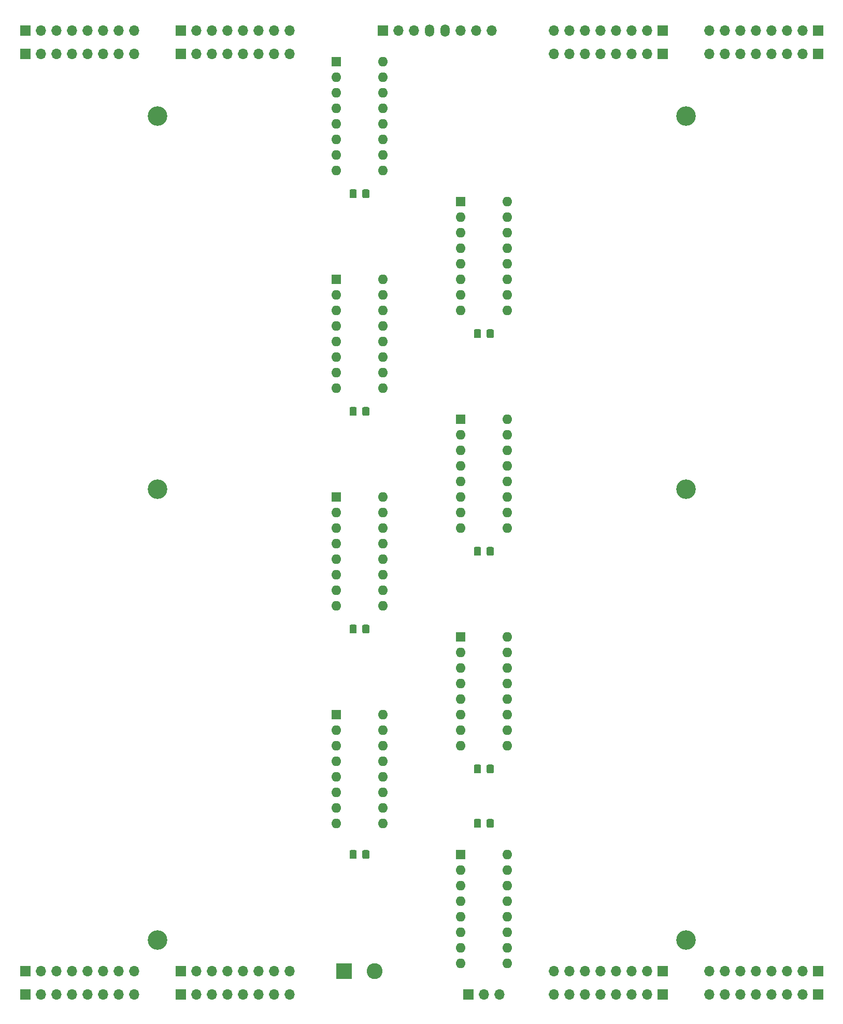
<source format=gbr>
%TF.GenerationSoftware,KiCad,Pcbnew,(5.1.8)-1*%
%TF.CreationDate,2022-05-21T00:33:48+03:00*%
%TF.ProjectId,MUX,4d55582e-6b69-4636-9164-5f7063625858,rev?*%
%TF.SameCoordinates,Original*%
%TF.FileFunction,Soldermask,Top*%
%TF.FilePolarity,Negative*%
%FSLAX46Y46*%
G04 Gerber Fmt 4.6, Leading zero omitted, Abs format (unit mm)*
G04 Created by KiCad (PCBNEW (5.1.8)-1) date 2022-05-21 00:33:48*
%MOMM*%
%LPD*%
G01*
G04 APERTURE LIST*
%ADD10R,1.700000X1.700000*%
%ADD11O,1.700000X1.700000*%
%ADD12R,1.600000X1.600000*%
%ADD13O,1.600000X1.600000*%
%ADD14R,2.600000X2.600000*%
%ADD15C,2.600000*%
%ADD16O,1.500000X2.000000*%
%ADD17C,3.200000*%
G04 APERTURE END LIST*
D10*
%TO.C,J1*%
X17780000Y-187960000D03*
D11*
X20320000Y-187960000D03*
X22860000Y-187960000D03*
X25400000Y-187960000D03*
X27940000Y-187960000D03*
X30480000Y-187960000D03*
X33020000Y-187960000D03*
X35560000Y-187960000D03*
%TD*%
D10*
%TO.C,J2*%
X121920000Y-30480000D03*
D11*
X119380000Y-30480000D03*
X116840000Y-30480000D03*
X114300000Y-30480000D03*
X111760000Y-30480000D03*
X109220000Y-30480000D03*
X106680000Y-30480000D03*
X104140000Y-30480000D03*
%TD*%
%TO.C,J3*%
X60960000Y-187960000D03*
X58420000Y-187960000D03*
X55880000Y-187960000D03*
X53340000Y-187960000D03*
X50800000Y-187960000D03*
X48260000Y-187960000D03*
X45720000Y-187960000D03*
D10*
X43180000Y-187960000D03*
%TD*%
D11*
%TO.C,J4*%
X129540000Y-30480000D03*
X132080000Y-30480000D03*
X134620000Y-30480000D03*
X137160000Y-30480000D03*
X139700000Y-30480000D03*
X142240000Y-30480000D03*
X144780000Y-30480000D03*
D10*
X147320000Y-30480000D03*
%TD*%
%TO.C,J5*%
X17780000Y-30480000D03*
D11*
X20320000Y-30480000D03*
X22860000Y-30480000D03*
X25400000Y-30480000D03*
X27940000Y-30480000D03*
X30480000Y-30480000D03*
X33020000Y-30480000D03*
X35560000Y-30480000D03*
%TD*%
D10*
%TO.C,J6*%
X121920000Y-187960000D03*
D11*
X119380000Y-187960000D03*
X116840000Y-187960000D03*
X114300000Y-187960000D03*
X111760000Y-187960000D03*
X109220000Y-187960000D03*
X106680000Y-187960000D03*
X104140000Y-187960000D03*
%TD*%
%TO.C,J7*%
X60960000Y-30480000D03*
X58420000Y-30480000D03*
X55880000Y-30480000D03*
X53340000Y-30480000D03*
X50800000Y-30480000D03*
X48260000Y-30480000D03*
X45720000Y-30480000D03*
D10*
X43180000Y-30480000D03*
%TD*%
D11*
%TO.C,J8*%
X129540000Y-187960000D03*
X132080000Y-187960000D03*
X134620000Y-187960000D03*
X137160000Y-187960000D03*
X139700000Y-187960000D03*
X142240000Y-187960000D03*
X144780000Y-187960000D03*
D10*
X147320000Y-187960000D03*
%TD*%
D12*
%TO.C,U1*%
X68580000Y-35560000D03*
D13*
X76200000Y-53340000D03*
X68580000Y-38100000D03*
X76200000Y-50800000D03*
X68580000Y-40640000D03*
X76200000Y-48260000D03*
X68580000Y-43180000D03*
X76200000Y-45720000D03*
X68580000Y-45720000D03*
X76200000Y-43180000D03*
X68580000Y-48260000D03*
X76200000Y-40640000D03*
X68580000Y-50800000D03*
X76200000Y-38100000D03*
X68580000Y-53340000D03*
X76200000Y-35560000D03*
%TD*%
%TO.C,U2*%
X96520000Y-58420000D03*
X88900000Y-76200000D03*
X96520000Y-60960000D03*
X88900000Y-73660000D03*
X96520000Y-63500000D03*
X88900000Y-71120000D03*
X96520000Y-66040000D03*
X88900000Y-68580000D03*
X96520000Y-68580000D03*
X88900000Y-66040000D03*
X96520000Y-71120000D03*
X88900000Y-63500000D03*
X96520000Y-73660000D03*
X88900000Y-60960000D03*
X96520000Y-76200000D03*
D12*
X88900000Y-58420000D03*
%TD*%
%TO.C,U3*%
X68580000Y-71120000D03*
D13*
X76200000Y-88900000D03*
X68580000Y-73660000D03*
X76200000Y-86360000D03*
X68580000Y-76200000D03*
X76200000Y-83820000D03*
X68580000Y-78740000D03*
X76200000Y-81280000D03*
X68580000Y-81280000D03*
X76200000Y-78740000D03*
X68580000Y-83820000D03*
X76200000Y-76200000D03*
X68580000Y-86360000D03*
X76200000Y-73660000D03*
X68580000Y-88900000D03*
X76200000Y-71120000D03*
%TD*%
%TO.C,U4*%
X96520000Y-93980000D03*
X88900000Y-111760000D03*
X96520000Y-96520000D03*
X88900000Y-109220000D03*
X96520000Y-99060000D03*
X88900000Y-106680000D03*
X96520000Y-101600000D03*
X88900000Y-104140000D03*
X96520000Y-104140000D03*
X88900000Y-101600000D03*
X96520000Y-106680000D03*
X88900000Y-99060000D03*
X96520000Y-109220000D03*
X88900000Y-96520000D03*
X96520000Y-111760000D03*
D12*
X88900000Y-93980000D03*
%TD*%
%TO.C,U5*%
X68580000Y-106680000D03*
D13*
X76200000Y-124460000D03*
X68580000Y-109220000D03*
X76200000Y-121920000D03*
X68580000Y-111760000D03*
X76200000Y-119380000D03*
X68580000Y-114300000D03*
X76200000Y-116840000D03*
X68580000Y-116840000D03*
X76200000Y-114300000D03*
X68580000Y-119380000D03*
X76200000Y-111760000D03*
X68580000Y-121920000D03*
X76200000Y-109220000D03*
X68580000Y-124460000D03*
X76200000Y-106680000D03*
%TD*%
%TO.C,U6*%
X96520000Y-129540000D03*
X88900000Y-147320000D03*
X96520000Y-132080000D03*
X88900000Y-144780000D03*
X96520000Y-134620000D03*
X88900000Y-142240000D03*
X96520000Y-137160000D03*
X88900000Y-139700000D03*
X96520000Y-139700000D03*
X88900000Y-137160000D03*
X96520000Y-142240000D03*
X88900000Y-134620000D03*
X96520000Y-144780000D03*
X88900000Y-132080000D03*
X96520000Y-147320000D03*
D12*
X88900000Y-129540000D03*
%TD*%
%TO.C,U7*%
X68580000Y-142240000D03*
D13*
X76200000Y-160020000D03*
X68580000Y-144780000D03*
X76200000Y-157480000D03*
X68580000Y-147320000D03*
X76200000Y-154940000D03*
X68580000Y-149860000D03*
X76200000Y-152400000D03*
X68580000Y-152400000D03*
X76200000Y-149860000D03*
X68580000Y-154940000D03*
X76200000Y-147320000D03*
X68580000Y-157480000D03*
X76200000Y-144780000D03*
X68580000Y-160020000D03*
X76200000Y-142240000D03*
%TD*%
%TO.C,U8*%
X96520000Y-165100000D03*
X88900000Y-182880000D03*
X96520000Y-167640000D03*
X88900000Y-180340000D03*
X96520000Y-170180000D03*
X88900000Y-177800000D03*
X96520000Y-172720000D03*
X88900000Y-175260000D03*
X96520000Y-175260000D03*
X88900000Y-172720000D03*
X96520000Y-177800000D03*
X88900000Y-170180000D03*
X96520000Y-180340000D03*
X88900000Y-167640000D03*
X96520000Y-182880000D03*
D12*
X88900000Y-165100000D03*
%TD*%
D14*
%TO.C,J9*%
X69850000Y-184150000D03*
D15*
X74850000Y-184150000D03*
%TD*%
D10*
%TO.C,J10*%
X90170000Y-187960000D03*
D11*
X92710000Y-187960000D03*
X95250000Y-187960000D03*
%TD*%
D10*
%TO.C,J11*%
X76200000Y-30480000D03*
D11*
X78740000Y-30480000D03*
X81280000Y-30480000D03*
D16*
X83820000Y-30480000D03*
X86360000Y-30480000D03*
D11*
X88900000Y-30480000D03*
X91440000Y-30480000D03*
X93980000Y-30480000D03*
%TD*%
%TO.C,C1*%
G36*
G01*
X74015000Y-56675000D02*
X74015000Y-57625000D01*
G75*
G02*
X73765000Y-57875000I-250000J0D01*
G01*
X73090000Y-57875000D01*
G75*
G02*
X72840000Y-57625000I0J250000D01*
G01*
X72840000Y-56675000D01*
G75*
G02*
X73090000Y-56425000I250000J0D01*
G01*
X73765000Y-56425000D01*
G75*
G02*
X74015000Y-56675000I0J-250000D01*
G01*
G37*
G36*
G01*
X71940000Y-56675000D02*
X71940000Y-57625000D01*
G75*
G02*
X71690000Y-57875000I-250000J0D01*
G01*
X71015000Y-57875000D01*
G75*
G02*
X70765000Y-57625000I0J250000D01*
G01*
X70765000Y-56675000D01*
G75*
G02*
X71015000Y-56425000I250000J0D01*
G01*
X71690000Y-56425000D01*
G75*
G02*
X71940000Y-56675000I0J-250000D01*
G01*
G37*
%TD*%
%TO.C,C2*%
G36*
G01*
X71940000Y-92235000D02*
X71940000Y-93185000D01*
G75*
G02*
X71690000Y-93435000I-250000J0D01*
G01*
X71015000Y-93435000D01*
G75*
G02*
X70765000Y-93185000I0J250000D01*
G01*
X70765000Y-92235000D01*
G75*
G02*
X71015000Y-91985000I250000J0D01*
G01*
X71690000Y-91985000D01*
G75*
G02*
X71940000Y-92235000I0J-250000D01*
G01*
G37*
G36*
G01*
X74015000Y-92235000D02*
X74015000Y-93185000D01*
G75*
G02*
X73765000Y-93435000I-250000J0D01*
G01*
X73090000Y-93435000D01*
G75*
G02*
X72840000Y-93185000I0J250000D01*
G01*
X72840000Y-92235000D01*
G75*
G02*
X73090000Y-91985000I250000J0D01*
G01*
X73765000Y-91985000D01*
G75*
G02*
X74015000Y-92235000I0J-250000D01*
G01*
G37*
%TD*%
%TO.C,C3*%
G36*
G01*
X74015000Y-127795000D02*
X74015000Y-128745000D01*
G75*
G02*
X73765000Y-128995000I-250000J0D01*
G01*
X73090000Y-128995000D01*
G75*
G02*
X72840000Y-128745000I0J250000D01*
G01*
X72840000Y-127795000D01*
G75*
G02*
X73090000Y-127545000I250000J0D01*
G01*
X73765000Y-127545000D01*
G75*
G02*
X74015000Y-127795000I0J-250000D01*
G01*
G37*
G36*
G01*
X71940000Y-127795000D02*
X71940000Y-128745000D01*
G75*
G02*
X71690000Y-128995000I-250000J0D01*
G01*
X71015000Y-128995000D01*
G75*
G02*
X70765000Y-128745000I0J250000D01*
G01*
X70765000Y-127795000D01*
G75*
G02*
X71015000Y-127545000I250000J0D01*
G01*
X71690000Y-127545000D01*
G75*
G02*
X71940000Y-127795000I0J-250000D01*
G01*
G37*
%TD*%
%TO.C,C4*%
G36*
G01*
X71940000Y-164625000D02*
X71940000Y-165575000D01*
G75*
G02*
X71690000Y-165825000I-250000J0D01*
G01*
X71015000Y-165825000D01*
G75*
G02*
X70765000Y-165575000I0J250000D01*
G01*
X70765000Y-164625000D01*
G75*
G02*
X71015000Y-164375000I250000J0D01*
G01*
X71690000Y-164375000D01*
G75*
G02*
X71940000Y-164625000I0J-250000D01*
G01*
G37*
G36*
G01*
X74015000Y-164625000D02*
X74015000Y-165575000D01*
G75*
G02*
X73765000Y-165825000I-250000J0D01*
G01*
X73090000Y-165825000D01*
G75*
G02*
X72840000Y-165575000I0J250000D01*
G01*
X72840000Y-164625000D01*
G75*
G02*
X73090000Y-164375000I250000J0D01*
G01*
X73765000Y-164375000D01*
G75*
G02*
X74015000Y-164625000I0J-250000D01*
G01*
G37*
%TD*%
%TO.C,C5*%
G36*
G01*
X94335000Y-79535000D02*
X94335000Y-80485000D01*
G75*
G02*
X94085000Y-80735000I-250000J0D01*
G01*
X93410000Y-80735000D01*
G75*
G02*
X93160000Y-80485000I0J250000D01*
G01*
X93160000Y-79535000D01*
G75*
G02*
X93410000Y-79285000I250000J0D01*
G01*
X94085000Y-79285000D01*
G75*
G02*
X94335000Y-79535000I0J-250000D01*
G01*
G37*
G36*
G01*
X92260000Y-79535000D02*
X92260000Y-80485000D01*
G75*
G02*
X92010000Y-80735000I-250000J0D01*
G01*
X91335000Y-80735000D01*
G75*
G02*
X91085000Y-80485000I0J250000D01*
G01*
X91085000Y-79535000D01*
G75*
G02*
X91335000Y-79285000I250000J0D01*
G01*
X92010000Y-79285000D01*
G75*
G02*
X92260000Y-79535000I0J-250000D01*
G01*
G37*
%TD*%
%TO.C,C6*%
G36*
G01*
X92260000Y-115095000D02*
X92260000Y-116045000D01*
G75*
G02*
X92010000Y-116295000I-250000J0D01*
G01*
X91335000Y-116295000D01*
G75*
G02*
X91085000Y-116045000I0J250000D01*
G01*
X91085000Y-115095000D01*
G75*
G02*
X91335000Y-114845000I250000J0D01*
G01*
X92010000Y-114845000D01*
G75*
G02*
X92260000Y-115095000I0J-250000D01*
G01*
G37*
G36*
G01*
X94335000Y-115095000D02*
X94335000Y-116045000D01*
G75*
G02*
X94085000Y-116295000I-250000J0D01*
G01*
X93410000Y-116295000D01*
G75*
G02*
X93160000Y-116045000I0J250000D01*
G01*
X93160000Y-115095000D01*
G75*
G02*
X93410000Y-114845000I250000J0D01*
G01*
X94085000Y-114845000D01*
G75*
G02*
X94335000Y-115095000I0J-250000D01*
G01*
G37*
%TD*%
%TO.C,C7*%
G36*
G01*
X94335000Y-150655000D02*
X94335000Y-151605000D01*
G75*
G02*
X94085000Y-151855000I-250000J0D01*
G01*
X93410000Y-151855000D01*
G75*
G02*
X93160000Y-151605000I0J250000D01*
G01*
X93160000Y-150655000D01*
G75*
G02*
X93410000Y-150405000I250000J0D01*
G01*
X94085000Y-150405000D01*
G75*
G02*
X94335000Y-150655000I0J-250000D01*
G01*
G37*
G36*
G01*
X92260000Y-150655000D02*
X92260000Y-151605000D01*
G75*
G02*
X92010000Y-151855000I-250000J0D01*
G01*
X91335000Y-151855000D01*
G75*
G02*
X91085000Y-151605000I0J250000D01*
G01*
X91085000Y-150655000D01*
G75*
G02*
X91335000Y-150405000I250000J0D01*
G01*
X92010000Y-150405000D01*
G75*
G02*
X92260000Y-150655000I0J-250000D01*
G01*
G37*
%TD*%
%TO.C,C8*%
G36*
G01*
X92260000Y-159545000D02*
X92260000Y-160495000D01*
G75*
G02*
X92010000Y-160745000I-250000J0D01*
G01*
X91335000Y-160745000D01*
G75*
G02*
X91085000Y-160495000I0J250000D01*
G01*
X91085000Y-159545000D01*
G75*
G02*
X91335000Y-159295000I250000J0D01*
G01*
X92010000Y-159295000D01*
G75*
G02*
X92260000Y-159545000I0J-250000D01*
G01*
G37*
G36*
G01*
X94335000Y-159545000D02*
X94335000Y-160495000D01*
G75*
G02*
X94085000Y-160745000I-250000J0D01*
G01*
X93410000Y-160745000D01*
G75*
G02*
X93160000Y-160495000I0J250000D01*
G01*
X93160000Y-159545000D01*
G75*
G02*
X93410000Y-159295000I250000J0D01*
G01*
X94085000Y-159295000D01*
G75*
G02*
X94335000Y-159545000I0J-250000D01*
G01*
G37*
%TD*%
D17*
%TO.C,H1*%
X39370000Y-44450000D03*
%TD*%
%TO.C,H2*%
X39370000Y-105410000D03*
%TD*%
%TO.C,H3*%
X39370000Y-179070000D03*
%TD*%
%TO.C,H4*%
X125730000Y-44450000D03*
%TD*%
%TO.C,H5*%
X125730000Y-105410000D03*
%TD*%
%TO.C,H6*%
X125730000Y-179070000D03*
%TD*%
D10*
%TO.C,J12*%
X17780000Y-184150000D03*
D11*
X20320000Y-184150000D03*
X22860000Y-184150000D03*
X25400000Y-184150000D03*
X27940000Y-184150000D03*
X30480000Y-184150000D03*
X33020000Y-184150000D03*
X35560000Y-184150000D03*
%TD*%
D10*
%TO.C,J13*%
X121920000Y-34290000D03*
D11*
X119380000Y-34290000D03*
X116840000Y-34290000D03*
X114300000Y-34290000D03*
X111760000Y-34290000D03*
X109220000Y-34290000D03*
X106680000Y-34290000D03*
X104140000Y-34290000D03*
%TD*%
%TO.C,J14*%
X60960000Y-184150000D03*
X58420000Y-184150000D03*
X55880000Y-184150000D03*
X53340000Y-184150000D03*
X50800000Y-184150000D03*
X48260000Y-184150000D03*
X45720000Y-184150000D03*
D10*
X43180000Y-184150000D03*
%TD*%
D11*
%TO.C,J15*%
X129540000Y-34290000D03*
X132080000Y-34290000D03*
X134620000Y-34290000D03*
X137160000Y-34290000D03*
X139700000Y-34290000D03*
X142240000Y-34290000D03*
X144780000Y-34290000D03*
D10*
X147320000Y-34290000D03*
%TD*%
%TO.C,J16*%
X17780000Y-34290000D03*
D11*
X20320000Y-34290000D03*
X22860000Y-34290000D03*
X25400000Y-34290000D03*
X27940000Y-34290000D03*
X30480000Y-34290000D03*
X33020000Y-34290000D03*
X35560000Y-34290000D03*
%TD*%
D10*
%TO.C,J17*%
X121920000Y-184150000D03*
D11*
X119380000Y-184150000D03*
X116840000Y-184150000D03*
X114300000Y-184150000D03*
X111760000Y-184150000D03*
X109220000Y-184150000D03*
X106680000Y-184150000D03*
X104140000Y-184150000D03*
%TD*%
%TO.C,J18*%
X60960000Y-34290000D03*
X58420000Y-34290000D03*
X55880000Y-34290000D03*
X53340000Y-34290000D03*
X50800000Y-34290000D03*
X48260000Y-34290000D03*
X45720000Y-34290000D03*
D10*
X43180000Y-34290000D03*
%TD*%
D11*
%TO.C,J19*%
X129540000Y-184150000D03*
X132080000Y-184150000D03*
X134620000Y-184150000D03*
X137160000Y-184150000D03*
X139700000Y-184150000D03*
X142240000Y-184150000D03*
X144780000Y-184150000D03*
D10*
X147320000Y-184150000D03*
%TD*%
M02*

</source>
